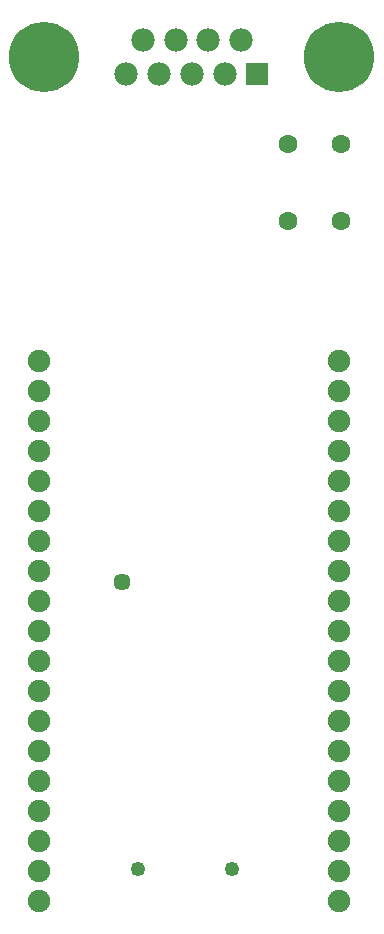
<source format=gbr>
G04 DipTrace 3.3.1.3*
G04 BottomMask.gbr*
%MOIN*%
G04 #@! TF.FileFunction,Soldermask,Bot*
G04 #@! TF.Part,Single*
%ADD36C,0.049213*%
%ADD46C,0.074809*%
%ADD48C,0.057093*%
%ADD56C,0.062998*%
%ADD58C,0.23414*%
%ADD60C,0.07788*%
%ADD62R,0.07788X0.07788*%
%FSLAX26Y26*%
G04*
G70*
G90*
G75*
G01*
G04 BotMask*
%LPD*%
D62*
X1245736Y3200283D3*
D60*
X1136734D3*
X1027731D3*
X918729D3*
X809726D3*
X1191734Y3312277D3*
X1082731D3*
X973729D3*
X864726D3*
D58*
X1519739Y3256280D3*
X535723D3*
D56*
X1526036Y2708482D3*
Y2964388D3*
X1348870D3*
Y2708482D3*
D36*
X848574Y550340D3*
X1163023D3*
D48*
X794196Y1506776D3*
D46*
X1518702Y443700D3*
Y543700D3*
Y643700D3*
Y743700D3*
Y843700D3*
Y943700D3*
Y1043700D3*
Y1143700D3*
Y1243700D3*
Y1343700D3*
Y1443700D3*
Y1543700D3*
Y1643700D3*
Y1743700D3*
Y1843700D3*
Y1943700D3*
Y2043700D3*
Y2143700D3*
Y2243700D3*
X518702D3*
Y2143700D3*
Y2043700D3*
Y1943700D3*
Y1843700D3*
Y1743700D3*
Y1643700D3*
Y1543700D3*
Y1443700D3*
Y1343700D3*
Y1243700D3*
Y1143700D3*
Y1043700D3*
Y943700D3*
Y843700D3*
Y743700D3*
Y643700D3*
Y543700D3*
Y443700D3*
M02*

</source>
